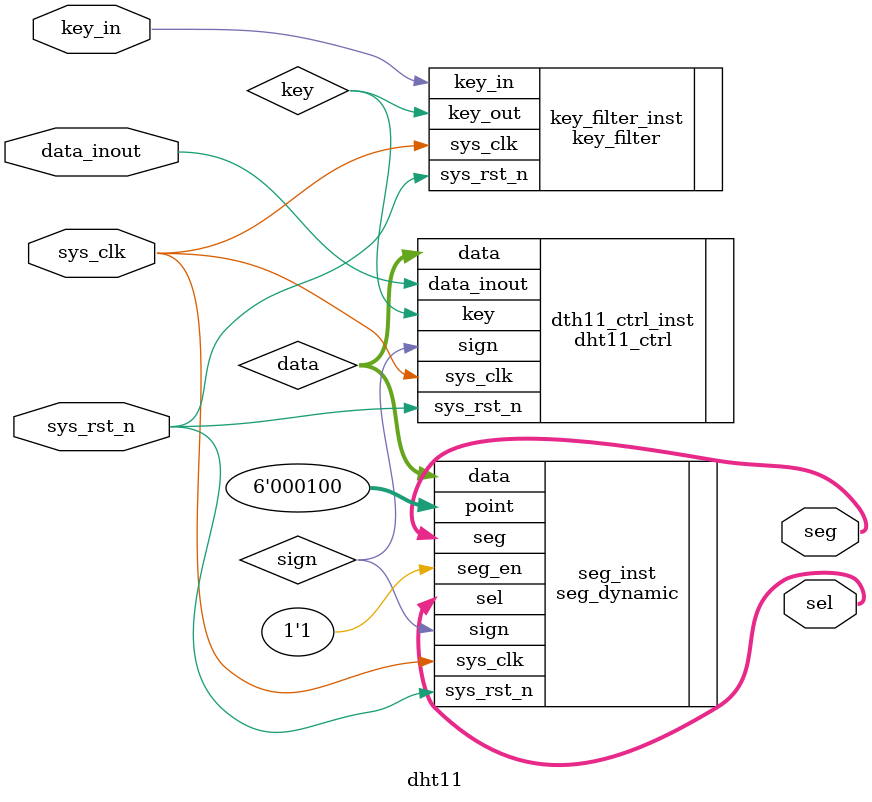
<source format=v>
module dht11
(
	input	wire 		sys_clk		,
	input	wire		sys_rst_n	,
	input	wire		key_in		,

	inout	wire		data_inout	,

	output	wire	[5:0]	sel		,
	output	wire	[7:0]	seg		

	
);

wire			key		;
wire	[19:0]	data	;
wire			sign	;

key_filter 
#(.MAX_CNT(20'd999_999))   //20MS
key_filter_inst
(
	.sys_clk	(sys_clk	),
	.sys_rst_n	(sys_rst_n	),
	.key_in		(key_in		),

	.key_out    (key	    )

);

dht11_ctrl dth11_ctrl_inst
(
	.sys_clk		(sys_clk	),
	.sys_rst_n		(sys_rst_n	),
	.key			(key		),

	.data_inout		(data_inout	),
	
	.data			(data		),
	.sign		    (sign		)

);





seg_dynamic 
#(
	.CNT_SEG_MAX (16'd49_999)
)
seg_inst
(
	.sys_clk		(sys_clk	),
	.sys_rst_n		(sys_rst_n	),
	.data			(data		),
	.point			(6'b000100	),
	.sign			(sign		),
	.seg_en			(1'b1		),

	.seg 			(seg 		),
	.sel	        (sel	    )
	
);

endmodule
</source>
